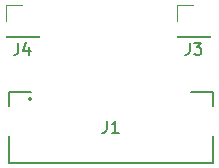
<source format=gbr>
%TF.GenerationSoftware,KiCad,Pcbnew,9.0.1*%
%TF.CreationDate,2025-05-28T15:06:28+02:00*%
%TF.ProjectId,fpc_connector_18pinOmnetics,6670635f-636f-46e6-9e65-63746f725f31,rev?*%
%TF.SameCoordinates,Original*%
%TF.FileFunction,Legend,Top*%
%TF.FilePolarity,Positive*%
%FSLAX46Y46*%
G04 Gerber Fmt 4.6, Leading zero omitted, Abs format (unit mm)*
G04 Created by KiCad (PCBNEW 9.0.1) date 2025-05-28 15:06:28*
%MOMM*%
%LPD*%
G01*
G04 APERTURE LIST*
%ADD10C,0.150000*%
%ADD11C,0.200000*%
%ADD12C,0.120000*%
G04 APERTURE END LIST*
D10*
X134666666Y-87054819D02*
X134666666Y-87769104D01*
X134666666Y-87769104D02*
X134619047Y-87911961D01*
X134619047Y-87911961D02*
X134523809Y-88007200D01*
X134523809Y-88007200D02*
X134380952Y-88054819D01*
X134380952Y-88054819D02*
X134285714Y-88054819D01*
X135666666Y-88054819D02*
X135095238Y-88054819D01*
X135380952Y-88054819D02*
X135380952Y-87054819D01*
X135380952Y-87054819D02*
X135285714Y-87197676D01*
X135285714Y-87197676D02*
X135190476Y-87292914D01*
X135190476Y-87292914D02*
X135095238Y-87340533D01*
X127166666Y-80454819D02*
X127166666Y-81169104D01*
X127166666Y-81169104D02*
X127119047Y-81311961D01*
X127119047Y-81311961D02*
X127023809Y-81407200D01*
X127023809Y-81407200D02*
X126880952Y-81454819D01*
X126880952Y-81454819D02*
X126785714Y-81454819D01*
X128071428Y-80788152D02*
X128071428Y-81454819D01*
X127833333Y-80407200D02*
X127595238Y-81121485D01*
X127595238Y-81121485D02*
X128214285Y-81121485D01*
X141666666Y-80454819D02*
X141666666Y-81169104D01*
X141666666Y-81169104D02*
X141619047Y-81311961D01*
X141619047Y-81311961D02*
X141523809Y-81407200D01*
X141523809Y-81407200D02*
X141380952Y-81454819D01*
X141380952Y-81454819D02*
X141285714Y-81454819D01*
X142047619Y-80454819D02*
X142666666Y-80454819D01*
X142666666Y-80454819D02*
X142333333Y-80835771D01*
X142333333Y-80835771D02*
X142476190Y-80835771D01*
X142476190Y-80835771D02*
X142571428Y-80883390D01*
X142571428Y-80883390D02*
X142619047Y-80931009D01*
X142619047Y-80931009D02*
X142666666Y-81026247D01*
X142666666Y-81026247D02*
X142666666Y-81264342D01*
X142666666Y-81264342D02*
X142619047Y-81359580D01*
X142619047Y-81359580D02*
X142571428Y-81407200D01*
X142571428Y-81407200D02*
X142476190Y-81454819D01*
X142476190Y-81454819D02*
X142190476Y-81454819D01*
X142190476Y-81454819D02*
X142095238Y-81407200D01*
X142095238Y-81407200D02*
X142047619Y-81359580D01*
D11*
%TO.C,J1*%
X126350000Y-84600000D02*
X126350000Y-85750000D01*
X126350000Y-88300000D02*
X126350000Y-90600000D01*
X126350000Y-90600000D02*
X143650000Y-90600000D01*
X128250000Y-84600000D02*
X126350000Y-84600000D01*
X141750000Y-84600000D02*
X143650000Y-84600000D01*
X143650000Y-84600000D02*
X143650000Y-85750000D01*
X143650000Y-90600000D02*
X143650000Y-88300000D01*
X128250000Y-85200000D02*
G75*
G02*
X128050000Y-85200000I-100000J0D01*
G01*
X128050000Y-85200000D02*
G75*
G02*
X128250000Y-85200000I100000J0D01*
G01*
D12*
%TO.C,J4*%
X126120000Y-77220000D02*
X127500000Y-77220000D01*
X126120000Y-78600000D02*
X126120000Y-77220000D01*
X126120000Y-79870000D02*
X126120000Y-79980000D01*
X126120000Y-79870000D02*
X128880000Y-79870000D01*
X126120000Y-79980000D02*
X128880000Y-79980000D01*
X128880000Y-79870000D02*
X128880000Y-79980000D01*
%TO.C,J3*%
X140620000Y-77220000D02*
X142000000Y-77220000D01*
X140620000Y-78600000D02*
X140620000Y-77220000D01*
X140620000Y-79870000D02*
X140620000Y-79980000D01*
X140620000Y-79870000D02*
X143380000Y-79870000D01*
X140620000Y-79980000D02*
X143380000Y-79980000D01*
X143380000Y-79870000D02*
X143380000Y-79980000D01*
%TD*%
M02*

</source>
